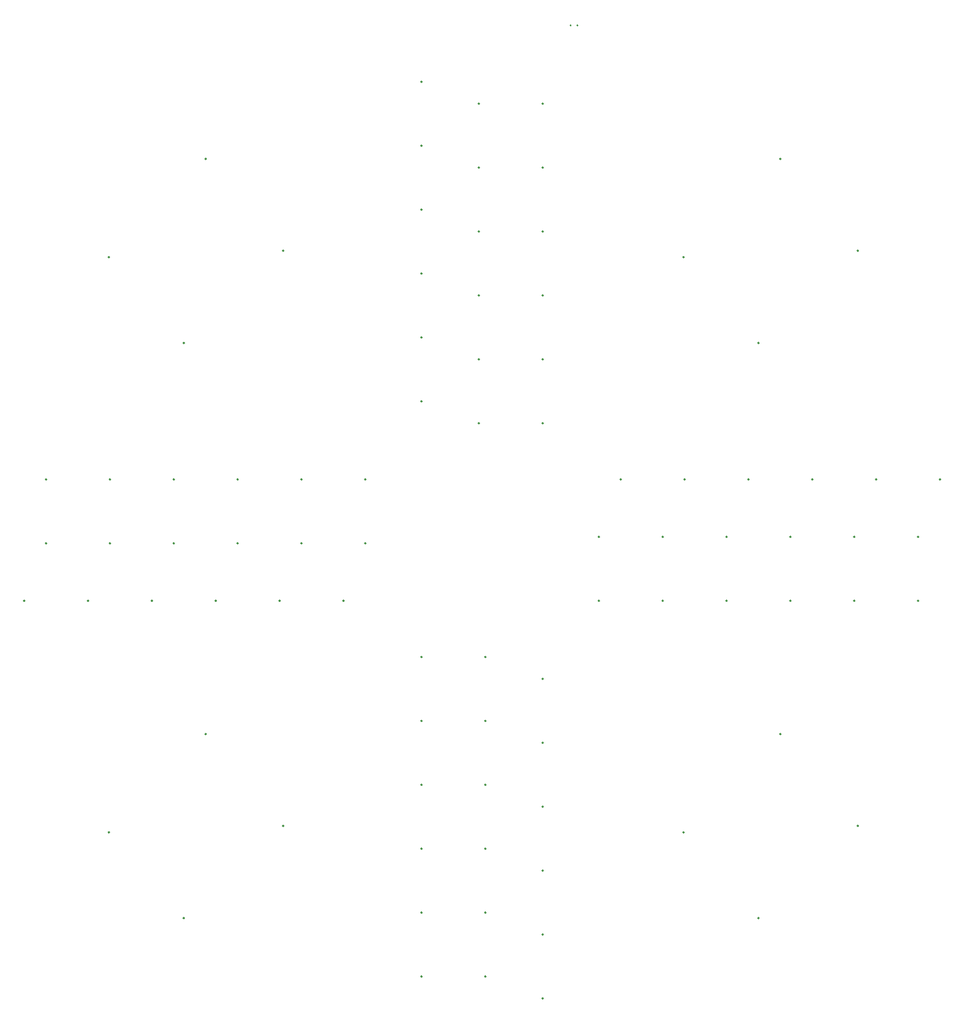
<source format=gbr>
G04 #@! TF.GenerationSoftware,KiCad,Pcbnew,8.0.1*
G04 #@! TF.CreationDate,2024-08-27T15:58:47+05:30*
G04 #@! TF.ProjectId,Ludo,4c75646f-2e6b-4696-9361-645f70636258,rev?*
G04 #@! TF.SameCoordinates,Original*
G04 #@! TF.FileFunction,OtherDrawing,Comment*
%FSLAX46Y46*%
G04 Gerber Fmt 4.6, Leading zero omitted, Abs format (unit mm)*
G04 Created by KiCad (PCBNEW 8.0.1) date 2024-08-27 15:58:47*
%MOMM*%
%LPD*%
G01*
G04 APERTURE LIST*
%ADD10C,0.300000*%
%ADD11C,0.250000*%
G04 APERTURE END LIST*
D10*
G04 #@! TO.C,RGB30*
X170570100Y-87494900D02*
G75*
G02*
X170269900Y-87494900I-150100J0D01*
G01*
X170269900Y-87494900D02*
G75*
G02*
X170570100Y-87494900I150100J0D01*
G01*
G04 #@! TO.C,RGB54*
X184640200Y-163945000D02*
G75*
G02*
X184340000Y-163945000I-150100J0D01*
G01*
X184340000Y-163945000D02*
G75*
G02*
X184640200Y-163945000I150100J0D01*
G01*
G04 #@! TO.C,RGB8*
X94120000Y-133565000D02*
G75*
G02*
X93819800Y-133565000I-150100J0D01*
G01*
X93819800Y-133565000D02*
G75*
G02*
X94120000Y-133565000I150100J0D01*
G01*
G04 #@! TO.C,RGB13*
X140190100Y-82015100D02*
G75*
G02*
X139889900Y-82015100I-150100J0D01*
G01*
X139889900Y-82015100D02*
G75*
G02*
X140190100Y-82015100I150100J0D01*
G01*
G04 #@! TO.C,RGB56*
X170570100Y-199494900D02*
G75*
G02*
X170269900Y-199494900I-150100J0D01*
G01*
X170269900Y-199494900D02*
G75*
G02*
X170570100Y-199494900I150100J0D01*
G01*
G04 #@! TO.C,RGB62*
X156190100Y-242015100D02*
G75*
G02*
X155889900Y-242015100I-150100J0D01*
G01*
X155889900Y-242015100D02*
G75*
G02*
X156190100Y-242015100I150100J0D01*
G01*
G04 #@! TO.C,RGB67*
X140190100Y-258015100D02*
G75*
G02*
X139889900Y-258015100I-150100J0D01*
G01*
X139889900Y-258015100D02*
G75*
G02*
X140190100Y-258015100I150100J0D01*
G01*
G04 #@! TO.C,RGB71*
X86120000Y-197315000D02*
G75*
G02*
X85819800Y-197315000I-150100J0D01*
G01*
X85819800Y-197315000D02*
G75*
G02*
X86120000Y-197315000I150100J0D01*
G01*
G04 #@! TO.C,RGB32*
X170570100Y-119494900D02*
G75*
G02*
X170269900Y-119494900I-150100J0D01*
G01*
X170269900Y-119494900D02*
G75*
G02*
X170570100Y-119494900I150100J0D01*
G01*
G04 #@! TO.C,RGB55*
X170570100Y-183494900D02*
G75*
G02*
X170269900Y-183494900I-150100J0D01*
G01*
X170269900Y-183494900D02*
G75*
G02*
X170570100Y-183494900I150100J0D01*
G01*
G04 #@! TO.C,RGB57*
X170570100Y-215494900D02*
G75*
G02*
X170269900Y-215494900I-150100J0D01*
G01*
X170269900Y-215494900D02*
G75*
G02*
X170570100Y-215494900I150100J0D01*
G01*
G04 #@! TO.C,RGB17*
X154570100Y-39494900D02*
G75*
G02*
X154269900Y-39494900I-150100J0D01*
G01*
X154269900Y-39494900D02*
G75*
G02*
X154570100Y-39494900I150100J0D01*
G01*
G04 #@! TO.C,RGB39*
X264640200Y-147945000D02*
G75*
G02*
X264340000Y-147945000I-150100J0D01*
G01*
X264340000Y-147945000D02*
G75*
G02*
X264640200Y-147945000I150100J0D01*
G01*
G04 #@! TO.C,RGB82*
X40640200Y-163945000D02*
G75*
G02*
X40340000Y-163945000I-150100J0D01*
G01*
X40340000Y-163945000D02*
G75*
G02*
X40640200Y-163945000I150100J0D01*
G01*
G04 #@! TO.C,RGB10*
X126120000Y-133565000D02*
G75*
G02*
X125819800Y-133565000I-150100J0D01*
G01*
X125819800Y-133565000D02*
G75*
G02*
X126120000Y-133565000I150100J0D01*
G01*
G04 #@! TO.C,RGB70*
X61870000Y-221915000D02*
G75*
G02*
X61569800Y-221915000I-150100J0D01*
G01*
X61569800Y-221915000D02*
G75*
G02*
X61870000Y-221915000I150100J0D01*
G01*
G04 #@! TO.C,RGB2*
X86120000Y-53315000D02*
G75*
G02*
X85819800Y-53315000I-150100J0D01*
G01*
X85819800Y-53315000D02*
G75*
G02*
X86120000Y-53315000I150100J0D01*
G01*
G04 #@! TO.C,RGB23*
X170570100Y-39494900D02*
G75*
G02*
X170269900Y-39494900I-150100J0D01*
G01*
X170269900Y-39494900D02*
G75*
G02*
X170570100Y-39494900I150100J0D01*
G01*
G04 #@! TO.C,RGB86*
X94120000Y-149565000D02*
G75*
G02*
X93819800Y-149565000I-150100J0D01*
G01*
X93819800Y-149565000D02*
G75*
G02*
X94120000Y-149565000I150100J0D01*
G01*
G04 #@! TO.C,RGB27*
X224630200Y-99395000D02*
G75*
G02*
X224330000Y-99395000I-150100J0D01*
G01*
X224330000Y-99395000D02*
G75*
G02*
X224630200Y-99395000I150100J0D01*
G01*
G04 #@! TO.C,RGB74*
X140190100Y-210015100D02*
G75*
G02*
X139889900Y-210015100I-150100J0D01*
G01*
X139889900Y-210015100D02*
G75*
G02*
X140190100Y-210015100I150100J0D01*
G01*
G04 #@! TO.C,RGB26*
X249530200Y-76295000D02*
G75*
G02*
X249230000Y-76295000I-150100J0D01*
G01*
X249230000Y-76295000D02*
G75*
G02*
X249530200Y-76295000I150100J0D01*
G01*
G04 #@! TO.C,RGB9*
X110120000Y-133565000D02*
G75*
G02*
X109819800Y-133565000I-150100J0D01*
G01*
X109819800Y-133565000D02*
G75*
G02*
X110120000Y-133565000I150100J0D01*
G01*
G04 #@! TO.C,RGB41*
X232640200Y-147945000D02*
G75*
G02*
X232340000Y-147945000I-150100J0D01*
G01*
X232340000Y-147945000D02*
G75*
G02*
X232640200Y-147945000I150100J0D01*
G01*
G04 #@! TO.C,RGB28*
X205860000Y-77915000D02*
G75*
G02*
X205559800Y-77915000I-150100J0D01*
G01*
X205559800Y-77915000D02*
G75*
G02*
X205860000Y-77915000I150100J0D01*
G01*
G04 #@! TO.C,RGB37*
X254120000Y-133565000D02*
G75*
G02*
X253819800Y-133565000I-150100J0D01*
G01*
X253819800Y-133565000D02*
G75*
G02*
X254120000Y-133565000I150100J0D01*
G01*
G04 #@! TO.C,RGB15*
X140190100Y-50015100D02*
G75*
G02*
X139889900Y-50015100I-150100J0D01*
G01*
X139889900Y-50015100D02*
G75*
G02*
X140190100Y-50015100I150100J0D01*
G01*
G04 #@! TO.C,RGB24*
X170570100Y-55494900D02*
G75*
G02*
X170269900Y-55494900I-150100J0D01*
G01*
X170269900Y-55494900D02*
G75*
G02*
X170570100Y-55494900I150100J0D01*
G01*
G04 #@! TO.C,RGB1*
X61870000Y-77915000D02*
G75*
G02*
X61569800Y-77915000I-150100J0D01*
G01*
X61569800Y-77915000D02*
G75*
G02*
X61870000Y-77915000I150100J0D01*
G01*
G04 #@! TO.C,RGB31*
X170570100Y-103494900D02*
G75*
G02*
X170269900Y-103494900I-150100J0D01*
G01*
X170269900Y-103494900D02*
G75*
G02*
X170570100Y-103494900I150100J0D01*
G01*
G04 #@! TO.C,RGB77*
X120640200Y-163945000D02*
G75*
G02*
X120340000Y-163945000I-150100J0D01*
G01*
X120340000Y-163945000D02*
G75*
G02*
X120640200Y-163945000I150100J0D01*
G01*
G04 #@! TO.C,RGB33*
X190120000Y-133565000D02*
G75*
G02*
X189819800Y-133565000I-150100J0D01*
G01*
X189819800Y-133565000D02*
G75*
G02*
X190120000Y-133565000I150100J0D01*
G01*
G04 #@! TO.C,RGB83*
X46120000Y-149565000D02*
G75*
G02*
X45819800Y-149565000I-150100J0D01*
G01*
X45819800Y-149565000D02*
G75*
G02*
X46120000Y-149565000I150100J0D01*
G01*
G04 #@! TO.C,RGB48*
X224630200Y-243395000D02*
G75*
G02*
X224330000Y-243395000I-150100J0D01*
G01*
X224330000Y-243395000D02*
G75*
G02*
X224630200Y-243395000I150100J0D01*
G01*
G04 #@! TO.C,RGB87*
X110120000Y-149565000D02*
G75*
G02*
X109819800Y-149565000I-150100J0D01*
G01*
X109819800Y-149565000D02*
G75*
G02*
X110120000Y-149565000I150100J0D01*
G01*
G04 #@! TO.C,RGB69*
X80640200Y-243395000D02*
G75*
G02*
X80340000Y-243395000I-150100J0D01*
G01*
X80340000Y-243395000D02*
G75*
G02*
X80640200Y-243395000I150100J0D01*
G01*
G04 #@! TO.C,RGB63*
X156190100Y-226015100D02*
G75*
G02*
X155889900Y-226015100I-150100J0D01*
G01*
X155889900Y-226015100D02*
G75*
G02*
X156190100Y-226015100I150100J0D01*
G01*
G04 #@! TO.C,RGB16*
X140190100Y-34015100D02*
G75*
G02*
X139889900Y-34015100I-150100J0D01*
G01*
X139889900Y-34015100D02*
G75*
G02*
X140190100Y-34015100I150100J0D01*
G01*
G04 #@! TO.C,RGB5*
X46120000Y-133565000D02*
G75*
G02*
X45819800Y-133565000I-150100J0D01*
G01*
X45819800Y-133565000D02*
G75*
G02*
X46120000Y-133565000I150100J0D01*
G01*
G04 #@! TO.C,RGB7*
X78120000Y-133565000D02*
G75*
G02*
X77819800Y-133565000I-150100J0D01*
G01*
X77819800Y-133565000D02*
G75*
G02*
X78120000Y-133565000I150100J0D01*
G01*
G04 #@! TO.C,RGB72*
X105540200Y-220295000D02*
G75*
G02*
X105240000Y-220295000I-150100J0D01*
G01*
X105240000Y-220295000D02*
G75*
G02*
X105540200Y-220295000I150100J0D01*
G01*
G04 #@! TO.C,RGB29*
X170570100Y-71494900D02*
G75*
G02*
X170269900Y-71494900I-150100J0D01*
G01*
X170269900Y-71494900D02*
G75*
G02*
X170570100Y-71494900I150100J0D01*
G01*
G04 #@! TO.C,RGB21*
X154570100Y-103494900D02*
G75*
G02*
X154269900Y-103494900I-150100J0D01*
G01*
X154269900Y-103494900D02*
G75*
G02*
X154570100Y-103494900I150100J0D01*
G01*
G04 #@! TO.C,RGB22*
X154570100Y-119494900D02*
G75*
G02*
X154269900Y-119494900I-150100J0D01*
G01*
X154269900Y-119494900D02*
G75*
G02*
X154570100Y-119494900I150100J0D01*
G01*
G04 #@! TO.C,RGB51*
X232640200Y-163945000D02*
G75*
G02*
X232340000Y-163945000I-150100J0D01*
G01*
X232340000Y-163945000D02*
G75*
G02*
X232640200Y-163945000I150100J0D01*
G01*
G04 #@! TO.C,RGB47*
X249530200Y-220295000D02*
G75*
G02*
X249230000Y-220295000I-150100J0D01*
G01*
X249230000Y-220295000D02*
G75*
G02*
X249530200Y-220295000I150100J0D01*
G01*
G04 #@! TO.C,RGB45*
X264640200Y-163945000D02*
G75*
G02*
X264340000Y-163945000I-150100J0D01*
G01*
X264340000Y-163945000D02*
G75*
G02*
X264640200Y-163945000I150100J0D01*
G01*
G04 #@! TO.C,RGB42*
X216640200Y-147945000D02*
G75*
G02*
X216340000Y-147945000I-150100J0D01*
G01*
X216340000Y-147945000D02*
G75*
G02*
X216640200Y-147945000I150100J0D01*
G01*
G04 #@! TO.C,RGB78*
X104640200Y-163945000D02*
G75*
G02*
X104340000Y-163945000I-150100J0D01*
G01*
X104340000Y-163945000D02*
G75*
G02*
X104640200Y-163945000I150100J0D01*
G01*
G04 #@! TO.C,RGB43*
X200640200Y-147945000D02*
G75*
G02*
X200340000Y-147945000I-150100J0D01*
G01*
X200340000Y-147945000D02*
G75*
G02*
X200640200Y-147945000I150100J0D01*
G01*
G04 #@! TO.C,RGB6*
X62120000Y-133565000D02*
G75*
G02*
X61819800Y-133565000I-150100J0D01*
G01*
X61819800Y-133565000D02*
G75*
G02*
X62120000Y-133565000I150100J0D01*
G01*
G04 #@! TO.C,RGB58*
X170570100Y-231494900D02*
G75*
G02*
X170269900Y-231494900I-150100J0D01*
G01*
X170269900Y-231494900D02*
G75*
G02*
X170570100Y-231494900I150100J0D01*
G01*
G04 #@! TO.C,RGB14*
X140190100Y-66015100D02*
G75*
G02*
X139889900Y-66015100I-150100J0D01*
G01*
X139889900Y-66015100D02*
G75*
G02*
X140190100Y-66015100I150100J0D01*
G01*
G04 #@! TO.C,RGB65*
X156190100Y-194015100D02*
G75*
G02*
X155889900Y-194015100I-150100J0D01*
G01*
X155889900Y-194015100D02*
G75*
G02*
X156190100Y-194015100I150100J0D01*
G01*
G04 #@! TO.C,RGB4*
X80640200Y-99395000D02*
G75*
G02*
X80340000Y-99395000I-150100J0D01*
G01*
X80340000Y-99395000D02*
G75*
G02*
X80640200Y-99395000I150100J0D01*
G01*
D11*
G04 #@! TO.C,SW3*
X177540900Y-19889000D02*
G75*
G02*
X177290900Y-19889000I-125000J0D01*
G01*
X177290900Y-19889000D02*
G75*
G02*
X177540900Y-19889000I125000J0D01*
G01*
X179240900Y-19889000D02*
G75*
G02*
X178990900Y-19889000I-125000J0D01*
G01*
X178990900Y-19889000D02*
G75*
G02*
X179240900Y-19889000I125000J0D01*
G01*
D10*
G04 #@! TO.C,RGB19*
X154570100Y-71494900D02*
G75*
G02*
X154269900Y-71494900I-150100J0D01*
G01*
X154269900Y-71494900D02*
G75*
G02*
X154570100Y-71494900I150100J0D01*
G01*
G04 #@! TO.C,RGB75*
X140190100Y-194015100D02*
G75*
G02*
X139889900Y-194015100I-150100J0D01*
G01*
X139889900Y-194015100D02*
G75*
G02*
X140190100Y-194015100I150100J0D01*
G01*
G04 #@! TO.C,RGB59*
X170570100Y-247494900D02*
G75*
G02*
X170269900Y-247494900I-150100J0D01*
G01*
X170269900Y-247494900D02*
G75*
G02*
X170570100Y-247494900I150100J0D01*
G01*
G04 #@! TO.C,RGB50*
X230110000Y-197315000D02*
G75*
G02*
X229809800Y-197315000I-150100J0D01*
G01*
X229809800Y-197315000D02*
G75*
G02*
X230110000Y-197315000I150100J0D01*
G01*
G04 #@! TO.C,RGB46*
X248640200Y-163945000D02*
G75*
G02*
X248340000Y-163945000I-150100J0D01*
G01*
X248340000Y-163945000D02*
G75*
G02*
X248640200Y-163945000I150100J0D01*
G01*
G04 #@! TO.C,RGB3*
X105540200Y-76295000D02*
G75*
G02*
X105240000Y-76295000I-150100J0D01*
G01*
X105240000Y-76295000D02*
G75*
G02*
X105540200Y-76295000I150100J0D01*
G01*
G04 #@! TO.C,RGB11*
X140190100Y-114015100D02*
G75*
G02*
X139889900Y-114015100I-150100J0D01*
G01*
X139889900Y-114015100D02*
G75*
G02*
X140190100Y-114015100I150100J0D01*
G01*
G04 #@! TO.C,RGB84*
X62120000Y-149565000D02*
G75*
G02*
X61819800Y-149565000I-150100J0D01*
G01*
X61819800Y-149565000D02*
G75*
G02*
X62120000Y-149565000I150100J0D01*
G01*
G04 #@! TO.C,RGB44*
X184640200Y-147945000D02*
G75*
G02*
X184340000Y-147945000I-150100J0D01*
G01*
X184340000Y-147945000D02*
G75*
G02*
X184640200Y-147945000I150100J0D01*
G01*
G04 #@! TO.C,RGB35*
X222120000Y-133565000D02*
G75*
G02*
X221819800Y-133565000I-150100J0D01*
G01*
X221819800Y-133565000D02*
G75*
G02*
X222120000Y-133565000I150100J0D01*
G01*
G04 #@! TO.C,RGB85*
X78120000Y-149565000D02*
G75*
G02*
X77819800Y-149565000I-150100J0D01*
G01*
X77819800Y-149565000D02*
G75*
G02*
X78120000Y-149565000I150100J0D01*
G01*
G04 #@! TO.C,RGB68*
X140190100Y-242015100D02*
G75*
G02*
X139889900Y-242015100I-150100J0D01*
G01*
X139889900Y-242015100D02*
G75*
G02*
X140190100Y-242015100I150100J0D01*
G01*
G04 #@! TO.C,RGB64*
X156190100Y-210015100D02*
G75*
G02*
X155889900Y-210015100I-150100J0D01*
G01*
X155889900Y-210015100D02*
G75*
G02*
X156190100Y-210015100I150100J0D01*
G01*
G04 #@! TO.C,RGB12*
X140190100Y-98015100D02*
G75*
G02*
X139889900Y-98015100I-150100J0D01*
G01*
X139889900Y-98015100D02*
G75*
G02*
X140190100Y-98015100I150100J0D01*
G01*
G04 #@! TO.C,RGB20*
X154570100Y-87494900D02*
G75*
G02*
X154269900Y-87494900I-150100J0D01*
G01*
X154269900Y-87494900D02*
G75*
G02*
X154570100Y-87494900I150100J0D01*
G01*
G04 #@! TO.C,RGB18*
X154570100Y-55494900D02*
G75*
G02*
X154269900Y-55494900I-150100J0D01*
G01*
X154269900Y-55494900D02*
G75*
G02*
X154570100Y-55494900I150100J0D01*
G01*
G04 #@! TO.C,RGB81*
X56640200Y-163945000D02*
G75*
G02*
X56340000Y-163945000I-150100J0D01*
G01*
X56340000Y-163945000D02*
G75*
G02*
X56640200Y-163945000I150100J0D01*
G01*
G04 #@! TO.C,RGB38*
X270120000Y-133565000D02*
G75*
G02*
X269819800Y-133565000I-150100J0D01*
G01*
X269819800Y-133565000D02*
G75*
G02*
X270120000Y-133565000I150100J0D01*
G01*
G04 #@! TO.C,RGB80*
X72640200Y-163945000D02*
G75*
G02*
X72340000Y-163945000I-150100J0D01*
G01*
X72340000Y-163945000D02*
G75*
G02*
X72640200Y-163945000I150100J0D01*
G01*
G04 #@! TO.C,RGB40*
X248640200Y-147945000D02*
G75*
G02*
X248340000Y-147945000I-150100J0D01*
G01*
X248340000Y-147945000D02*
G75*
G02*
X248640200Y-147945000I150100J0D01*
G01*
G04 #@! TO.C,RGB25*
X230110000Y-53315000D02*
G75*
G02*
X229809800Y-53315000I-150100J0D01*
G01*
X229809800Y-53315000D02*
G75*
G02*
X230110000Y-53315000I150100J0D01*
G01*
G04 #@! TO.C,RGB53*
X200640200Y-163945000D02*
G75*
G02*
X200340000Y-163945000I-150100J0D01*
G01*
X200340000Y-163945000D02*
G75*
G02*
X200640200Y-163945000I150100J0D01*
G01*
G04 #@! TO.C,RGB49*
X205860000Y-221915000D02*
G75*
G02*
X205559800Y-221915000I-150100J0D01*
G01*
X205559800Y-221915000D02*
G75*
G02*
X205860000Y-221915000I150100J0D01*
G01*
G04 #@! TO.C,RGB88*
X126120000Y-149565000D02*
G75*
G02*
X125819800Y-149565000I-150100J0D01*
G01*
X125819800Y-149565000D02*
G75*
G02*
X126120000Y-149565000I150100J0D01*
G01*
G04 #@! TO.C,RGB34*
X206120000Y-133565000D02*
G75*
G02*
X205819800Y-133565000I-150100J0D01*
G01*
X205819800Y-133565000D02*
G75*
G02*
X206120000Y-133565000I150100J0D01*
G01*
G04 #@! TO.C,RGB52*
X216640200Y-163945000D02*
G75*
G02*
X216340000Y-163945000I-150100J0D01*
G01*
X216340000Y-163945000D02*
G75*
G02*
X216640200Y-163945000I150100J0D01*
G01*
G04 #@! TO.C,RGB73*
X140190100Y-226015100D02*
G75*
G02*
X139889900Y-226015100I-150100J0D01*
G01*
X139889900Y-226015100D02*
G75*
G02*
X140190100Y-226015100I150100J0D01*
G01*
G04 #@! TO.C,RGB76*
X140190100Y-178015100D02*
G75*
G02*
X139889900Y-178015100I-150100J0D01*
G01*
X139889900Y-178015100D02*
G75*
G02*
X140190100Y-178015100I150100J0D01*
G01*
G04 #@! TO.C,RGB61*
X156190100Y-258015100D02*
G75*
G02*
X155889900Y-258015100I-150100J0D01*
G01*
X155889900Y-258015100D02*
G75*
G02*
X156190100Y-258015100I150100J0D01*
G01*
G04 #@! TO.C,RGB60*
X170570100Y-263494900D02*
G75*
G02*
X170269900Y-263494900I-150100J0D01*
G01*
X170269900Y-263494900D02*
G75*
G02*
X170570100Y-263494900I150100J0D01*
G01*
G04 #@! TO.C,RGB79*
X88640200Y-163945000D02*
G75*
G02*
X88340000Y-163945000I-150100J0D01*
G01*
X88340000Y-163945000D02*
G75*
G02*
X88640200Y-163945000I150100J0D01*
G01*
G04 #@! TO.C,RGB36*
X238120000Y-133565000D02*
G75*
G02*
X237819800Y-133565000I-150100J0D01*
G01*
X237819800Y-133565000D02*
G75*
G02*
X238120000Y-133565000I150100J0D01*
G01*
G04 #@! TO.C,RGB66*
X156190100Y-178015100D02*
G75*
G02*
X155889900Y-178015100I-150100J0D01*
G01*
X155889900Y-178015100D02*
G75*
G02*
X156190100Y-178015100I150100J0D01*
G01*
G04 #@! TD*
M02*

</source>
